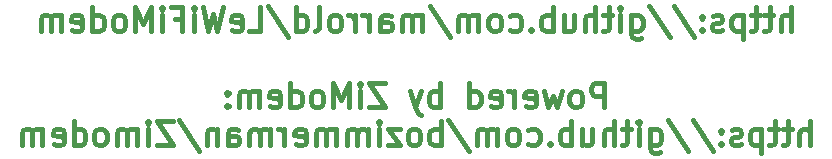
<source format=gbr>
%TF.GenerationSoftware,KiCad,Pcbnew,(6.0.11)*%
%TF.CreationDate,2024-01-03T20:30:30+00:00*%
%TF.ProjectId,LeWiFiModem,4c655769-4669-44d6-9f64-656d2e6b6963,rev?*%
%TF.SameCoordinates,Original*%
%TF.FileFunction,Legend,Bot*%
%TF.FilePolarity,Positive*%
%FSLAX46Y46*%
G04 Gerber Fmt 4.6, Leading zero omitted, Abs format (unit mm)*
G04 Created by KiCad (PCBNEW (6.0.11)) date 2024-01-03 20:30:30*
%MOMM*%
%LPD*%
G01*
G04 APERTURE LIST*
%ADD10C,0.400000*%
G04 APERTURE END LIST*
D10*
X147011904Y-115084761D02*
X147011904Y-113084761D01*
X146154761Y-115084761D02*
X146154761Y-114037142D01*
X146250000Y-113846666D01*
X146440476Y-113751428D01*
X146726190Y-113751428D01*
X146916666Y-113846666D01*
X147011904Y-113941904D01*
X145488095Y-113751428D02*
X144726190Y-113751428D01*
X145202380Y-113084761D02*
X145202380Y-114799047D01*
X145107142Y-114989523D01*
X144916666Y-115084761D01*
X144726190Y-115084761D01*
X144345238Y-113751428D02*
X143583333Y-113751428D01*
X144059523Y-113084761D02*
X144059523Y-114799047D01*
X143964285Y-114989523D01*
X143773809Y-115084761D01*
X143583333Y-115084761D01*
X142916666Y-113751428D02*
X142916666Y-115751428D01*
X142916666Y-113846666D02*
X142726190Y-113751428D01*
X142345238Y-113751428D01*
X142154761Y-113846666D01*
X142059523Y-113941904D01*
X141964285Y-114132380D01*
X141964285Y-114703809D01*
X142059523Y-114894285D01*
X142154761Y-114989523D01*
X142345238Y-115084761D01*
X142726190Y-115084761D01*
X142916666Y-114989523D01*
X141202380Y-114989523D02*
X141011904Y-115084761D01*
X140630952Y-115084761D01*
X140440476Y-114989523D01*
X140345238Y-114799047D01*
X140345238Y-114703809D01*
X140440476Y-114513333D01*
X140630952Y-114418095D01*
X140916666Y-114418095D01*
X141107142Y-114322857D01*
X141202380Y-114132380D01*
X141202380Y-114037142D01*
X141107142Y-113846666D01*
X140916666Y-113751428D01*
X140630952Y-113751428D01*
X140440476Y-113846666D01*
X139488095Y-114894285D02*
X139392857Y-114989523D01*
X139488095Y-115084761D01*
X139583333Y-114989523D01*
X139488095Y-114894285D01*
X139488095Y-115084761D01*
X139488095Y-113846666D02*
X139392857Y-113941904D01*
X139488095Y-114037142D01*
X139583333Y-113941904D01*
X139488095Y-113846666D01*
X139488095Y-114037142D01*
X137107142Y-112989523D02*
X138821428Y-115560952D01*
X135011904Y-112989523D02*
X136726190Y-115560952D01*
X133488095Y-113751428D02*
X133488095Y-115370476D01*
X133583333Y-115560952D01*
X133678571Y-115656190D01*
X133869047Y-115751428D01*
X134154761Y-115751428D01*
X134345238Y-115656190D01*
X133488095Y-114989523D02*
X133678571Y-115084761D01*
X134059523Y-115084761D01*
X134250000Y-114989523D01*
X134345238Y-114894285D01*
X134440476Y-114703809D01*
X134440476Y-114132380D01*
X134345238Y-113941904D01*
X134250000Y-113846666D01*
X134059523Y-113751428D01*
X133678571Y-113751428D01*
X133488095Y-113846666D01*
X132535714Y-115084761D02*
X132535714Y-113751428D01*
X132535714Y-113084761D02*
X132630952Y-113180000D01*
X132535714Y-113275238D01*
X132440476Y-113180000D01*
X132535714Y-113084761D01*
X132535714Y-113275238D01*
X131869047Y-113751428D02*
X131107142Y-113751428D01*
X131583333Y-113084761D02*
X131583333Y-114799047D01*
X131488095Y-114989523D01*
X131297619Y-115084761D01*
X131107142Y-115084761D01*
X130440476Y-115084761D02*
X130440476Y-113084761D01*
X129583333Y-115084761D02*
X129583333Y-114037142D01*
X129678571Y-113846666D01*
X129869047Y-113751428D01*
X130154761Y-113751428D01*
X130345238Y-113846666D01*
X130440476Y-113941904D01*
X127773809Y-113751428D02*
X127773809Y-115084761D01*
X128630952Y-113751428D02*
X128630952Y-114799047D01*
X128535714Y-114989523D01*
X128345238Y-115084761D01*
X128059523Y-115084761D01*
X127869047Y-114989523D01*
X127773809Y-114894285D01*
X126821428Y-115084761D02*
X126821428Y-113084761D01*
X126821428Y-113846666D02*
X126630952Y-113751428D01*
X126250000Y-113751428D01*
X126059523Y-113846666D01*
X125964285Y-113941904D01*
X125869047Y-114132380D01*
X125869047Y-114703809D01*
X125964285Y-114894285D01*
X126059523Y-114989523D01*
X126250000Y-115084761D01*
X126630952Y-115084761D01*
X126821428Y-114989523D01*
X125011904Y-114894285D02*
X124916666Y-114989523D01*
X125011904Y-115084761D01*
X125107142Y-114989523D01*
X125011904Y-114894285D01*
X125011904Y-115084761D01*
X123202380Y-114989523D02*
X123392857Y-115084761D01*
X123773809Y-115084761D01*
X123964285Y-114989523D01*
X124059523Y-114894285D01*
X124154761Y-114703809D01*
X124154761Y-114132380D01*
X124059523Y-113941904D01*
X123964285Y-113846666D01*
X123773809Y-113751428D01*
X123392857Y-113751428D01*
X123202380Y-113846666D01*
X122059523Y-115084761D02*
X122250000Y-114989523D01*
X122345238Y-114894285D01*
X122440476Y-114703809D01*
X122440476Y-114132380D01*
X122345238Y-113941904D01*
X122250000Y-113846666D01*
X122059523Y-113751428D01*
X121773809Y-113751428D01*
X121583333Y-113846666D01*
X121488095Y-113941904D01*
X121392857Y-114132380D01*
X121392857Y-114703809D01*
X121488095Y-114894285D01*
X121583333Y-114989523D01*
X121773809Y-115084761D01*
X122059523Y-115084761D01*
X120535714Y-115084761D02*
X120535714Y-113751428D01*
X120535714Y-113941904D02*
X120440476Y-113846666D01*
X120250000Y-113751428D01*
X119964285Y-113751428D01*
X119773809Y-113846666D01*
X119678571Y-114037142D01*
X119678571Y-115084761D01*
X119678571Y-114037142D02*
X119583333Y-113846666D01*
X119392857Y-113751428D01*
X119107142Y-113751428D01*
X118916666Y-113846666D01*
X118821428Y-114037142D01*
X118821428Y-115084761D01*
X116440476Y-112989523D02*
X118154761Y-115560952D01*
X115773809Y-115084761D02*
X115773809Y-113751428D01*
X115773809Y-113941904D02*
X115678571Y-113846666D01*
X115488095Y-113751428D01*
X115202380Y-113751428D01*
X115011904Y-113846666D01*
X114916666Y-114037142D01*
X114916666Y-115084761D01*
X114916666Y-114037142D02*
X114821428Y-113846666D01*
X114630952Y-113751428D01*
X114345238Y-113751428D01*
X114154761Y-113846666D01*
X114059523Y-114037142D01*
X114059523Y-115084761D01*
X112250000Y-115084761D02*
X112250000Y-114037142D01*
X112345238Y-113846666D01*
X112535714Y-113751428D01*
X112916666Y-113751428D01*
X113107142Y-113846666D01*
X112250000Y-114989523D02*
X112440476Y-115084761D01*
X112916666Y-115084761D01*
X113107142Y-114989523D01*
X113202380Y-114799047D01*
X113202380Y-114608571D01*
X113107142Y-114418095D01*
X112916666Y-114322857D01*
X112440476Y-114322857D01*
X112250000Y-114227619D01*
X111297619Y-115084761D02*
X111297619Y-113751428D01*
X111297619Y-114132380D02*
X111202380Y-113941904D01*
X111107142Y-113846666D01*
X110916666Y-113751428D01*
X110726190Y-113751428D01*
X110059523Y-115084761D02*
X110059523Y-113751428D01*
X110059523Y-114132380D02*
X109964285Y-113941904D01*
X109869047Y-113846666D01*
X109678571Y-113751428D01*
X109488095Y-113751428D01*
X108535714Y-115084761D02*
X108726190Y-114989523D01*
X108821428Y-114894285D01*
X108916666Y-114703809D01*
X108916666Y-114132380D01*
X108821428Y-113941904D01*
X108726190Y-113846666D01*
X108535714Y-113751428D01*
X108250000Y-113751428D01*
X108059523Y-113846666D01*
X107964285Y-113941904D01*
X107869047Y-114132380D01*
X107869047Y-114703809D01*
X107964285Y-114894285D01*
X108059523Y-114989523D01*
X108250000Y-115084761D01*
X108535714Y-115084761D01*
X106726190Y-115084761D02*
X106916666Y-114989523D01*
X107011904Y-114799047D01*
X107011904Y-113084761D01*
X105107142Y-115084761D02*
X105107142Y-113084761D01*
X105107142Y-114989523D02*
X105297619Y-115084761D01*
X105678571Y-115084761D01*
X105869047Y-114989523D01*
X105964285Y-114894285D01*
X106059523Y-114703809D01*
X106059523Y-114132380D01*
X105964285Y-113941904D01*
X105869047Y-113846666D01*
X105678571Y-113751428D01*
X105297619Y-113751428D01*
X105107142Y-113846666D01*
X102726190Y-112989523D02*
X104440476Y-115560952D01*
X101107142Y-115084761D02*
X102059523Y-115084761D01*
X102059523Y-113084761D01*
X99678571Y-114989523D02*
X99869047Y-115084761D01*
X100250000Y-115084761D01*
X100440476Y-114989523D01*
X100535714Y-114799047D01*
X100535714Y-114037142D01*
X100440476Y-113846666D01*
X100250000Y-113751428D01*
X99869047Y-113751428D01*
X99678571Y-113846666D01*
X99583333Y-114037142D01*
X99583333Y-114227619D01*
X100535714Y-114418095D01*
X98916666Y-113084761D02*
X98440476Y-115084761D01*
X98059523Y-113656190D01*
X97678571Y-115084761D01*
X97202380Y-113084761D01*
X96440476Y-115084761D02*
X96440476Y-113751428D01*
X96440476Y-113084761D02*
X96535714Y-113180000D01*
X96440476Y-113275238D01*
X96345238Y-113180000D01*
X96440476Y-113084761D01*
X96440476Y-113275238D01*
X94821428Y-114037142D02*
X95488095Y-114037142D01*
X95488095Y-115084761D02*
X95488095Y-113084761D01*
X94535714Y-113084761D01*
X93773809Y-115084761D02*
X93773809Y-113751428D01*
X93773809Y-113084761D02*
X93869047Y-113180000D01*
X93773809Y-113275238D01*
X93678571Y-113180000D01*
X93773809Y-113084761D01*
X93773809Y-113275238D01*
X92821428Y-115084761D02*
X92821428Y-113084761D01*
X92154761Y-114513333D01*
X91488095Y-113084761D01*
X91488095Y-115084761D01*
X90250000Y-115084761D02*
X90440476Y-114989523D01*
X90535714Y-114894285D01*
X90630952Y-114703809D01*
X90630952Y-114132380D01*
X90535714Y-113941904D01*
X90440476Y-113846666D01*
X90250000Y-113751428D01*
X89964285Y-113751428D01*
X89773809Y-113846666D01*
X89678571Y-113941904D01*
X89583333Y-114132380D01*
X89583333Y-114703809D01*
X89678571Y-114894285D01*
X89773809Y-114989523D01*
X89964285Y-115084761D01*
X90250000Y-115084761D01*
X87869047Y-115084761D02*
X87869047Y-113084761D01*
X87869047Y-114989523D02*
X88059523Y-115084761D01*
X88440476Y-115084761D01*
X88630952Y-114989523D01*
X88726190Y-114894285D01*
X88821428Y-114703809D01*
X88821428Y-114132380D01*
X88726190Y-113941904D01*
X88630952Y-113846666D01*
X88440476Y-113751428D01*
X88059523Y-113751428D01*
X87869047Y-113846666D01*
X86154761Y-114989523D02*
X86345238Y-115084761D01*
X86726190Y-115084761D01*
X86916666Y-114989523D01*
X87011904Y-114799047D01*
X87011904Y-114037142D01*
X86916666Y-113846666D01*
X86726190Y-113751428D01*
X86345238Y-113751428D01*
X86154761Y-113846666D01*
X86059523Y-114037142D01*
X86059523Y-114227619D01*
X87011904Y-114418095D01*
X85202380Y-115084761D02*
X85202380Y-113751428D01*
X85202380Y-113941904D02*
X85107142Y-113846666D01*
X84916666Y-113751428D01*
X84630952Y-113751428D01*
X84440476Y-113846666D01*
X84345238Y-114037142D01*
X84345238Y-115084761D01*
X84345238Y-114037142D02*
X84250000Y-113846666D01*
X84059523Y-113751428D01*
X83773809Y-113751428D01*
X83583333Y-113846666D01*
X83488095Y-114037142D01*
X83488095Y-115084761D01*
X131202380Y-121524761D02*
X131202380Y-119524761D01*
X130440476Y-119524761D01*
X130250000Y-119620000D01*
X130154761Y-119715238D01*
X130059523Y-119905714D01*
X130059523Y-120191428D01*
X130154761Y-120381904D01*
X130250000Y-120477142D01*
X130440476Y-120572380D01*
X131202380Y-120572380D01*
X128916666Y-121524761D02*
X129107142Y-121429523D01*
X129202380Y-121334285D01*
X129297619Y-121143809D01*
X129297619Y-120572380D01*
X129202380Y-120381904D01*
X129107142Y-120286666D01*
X128916666Y-120191428D01*
X128630952Y-120191428D01*
X128440476Y-120286666D01*
X128345238Y-120381904D01*
X128250000Y-120572380D01*
X128250000Y-121143809D01*
X128345238Y-121334285D01*
X128440476Y-121429523D01*
X128630952Y-121524761D01*
X128916666Y-121524761D01*
X127583333Y-120191428D02*
X127202380Y-121524761D01*
X126821428Y-120572380D01*
X126440476Y-121524761D01*
X126059523Y-120191428D01*
X124535714Y-121429523D02*
X124726190Y-121524761D01*
X125107142Y-121524761D01*
X125297619Y-121429523D01*
X125392857Y-121239047D01*
X125392857Y-120477142D01*
X125297619Y-120286666D01*
X125107142Y-120191428D01*
X124726190Y-120191428D01*
X124535714Y-120286666D01*
X124440476Y-120477142D01*
X124440476Y-120667619D01*
X125392857Y-120858095D01*
X123583333Y-121524761D02*
X123583333Y-120191428D01*
X123583333Y-120572380D02*
X123488095Y-120381904D01*
X123392857Y-120286666D01*
X123202380Y-120191428D01*
X123011904Y-120191428D01*
X121583333Y-121429523D02*
X121773809Y-121524761D01*
X122154761Y-121524761D01*
X122345238Y-121429523D01*
X122440476Y-121239047D01*
X122440476Y-120477142D01*
X122345238Y-120286666D01*
X122154761Y-120191428D01*
X121773809Y-120191428D01*
X121583333Y-120286666D01*
X121488095Y-120477142D01*
X121488095Y-120667619D01*
X122440476Y-120858095D01*
X119773809Y-121524761D02*
X119773809Y-119524761D01*
X119773809Y-121429523D02*
X119964285Y-121524761D01*
X120345238Y-121524761D01*
X120535714Y-121429523D01*
X120630952Y-121334285D01*
X120726190Y-121143809D01*
X120726190Y-120572380D01*
X120630952Y-120381904D01*
X120535714Y-120286666D01*
X120345238Y-120191428D01*
X119964285Y-120191428D01*
X119773809Y-120286666D01*
X117297619Y-121524761D02*
X117297619Y-119524761D01*
X117297619Y-120286666D02*
X117107142Y-120191428D01*
X116726190Y-120191428D01*
X116535714Y-120286666D01*
X116440476Y-120381904D01*
X116345238Y-120572380D01*
X116345238Y-121143809D01*
X116440476Y-121334285D01*
X116535714Y-121429523D01*
X116726190Y-121524761D01*
X117107142Y-121524761D01*
X117297619Y-121429523D01*
X115678571Y-120191428D02*
X115202380Y-121524761D01*
X114726190Y-120191428D02*
X115202380Y-121524761D01*
X115392857Y-122000952D01*
X115488095Y-122096190D01*
X115678571Y-122191428D01*
X112630952Y-119524761D02*
X111297619Y-119524761D01*
X112630952Y-121524761D01*
X111297619Y-121524761D01*
X110535714Y-121524761D02*
X110535714Y-120191428D01*
X110535714Y-119524761D02*
X110630952Y-119620000D01*
X110535714Y-119715238D01*
X110440476Y-119620000D01*
X110535714Y-119524761D01*
X110535714Y-119715238D01*
X109583333Y-121524761D02*
X109583333Y-119524761D01*
X108916666Y-120953333D01*
X108250000Y-119524761D01*
X108250000Y-121524761D01*
X107011904Y-121524761D02*
X107202380Y-121429523D01*
X107297619Y-121334285D01*
X107392857Y-121143809D01*
X107392857Y-120572380D01*
X107297619Y-120381904D01*
X107202380Y-120286666D01*
X107011904Y-120191428D01*
X106726190Y-120191428D01*
X106535714Y-120286666D01*
X106440476Y-120381904D01*
X106345238Y-120572380D01*
X106345238Y-121143809D01*
X106440476Y-121334285D01*
X106535714Y-121429523D01*
X106726190Y-121524761D01*
X107011904Y-121524761D01*
X104630952Y-121524761D02*
X104630952Y-119524761D01*
X104630952Y-121429523D02*
X104821428Y-121524761D01*
X105202380Y-121524761D01*
X105392857Y-121429523D01*
X105488095Y-121334285D01*
X105583333Y-121143809D01*
X105583333Y-120572380D01*
X105488095Y-120381904D01*
X105392857Y-120286666D01*
X105202380Y-120191428D01*
X104821428Y-120191428D01*
X104630952Y-120286666D01*
X102916666Y-121429523D02*
X103107142Y-121524761D01*
X103488095Y-121524761D01*
X103678571Y-121429523D01*
X103773809Y-121239047D01*
X103773809Y-120477142D01*
X103678571Y-120286666D01*
X103488095Y-120191428D01*
X103107142Y-120191428D01*
X102916666Y-120286666D01*
X102821428Y-120477142D01*
X102821428Y-120667619D01*
X103773809Y-120858095D01*
X101964285Y-121524761D02*
X101964285Y-120191428D01*
X101964285Y-120381904D02*
X101869047Y-120286666D01*
X101678571Y-120191428D01*
X101392857Y-120191428D01*
X101202380Y-120286666D01*
X101107142Y-120477142D01*
X101107142Y-121524761D01*
X101107142Y-120477142D02*
X101011904Y-120286666D01*
X100821428Y-120191428D01*
X100535714Y-120191428D01*
X100345238Y-120286666D01*
X100250000Y-120477142D01*
X100250000Y-121524761D01*
X99297619Y-121334285D02*
X99202380Y-121429523D01*
X99297619Y-121524761D01*
X99392857Y-121429523D01*
X99297619Y-121334285D01*
X99297619Y-121524761D01*
X99297619Y-120286666D02*
X99202380Y-120381904D01*
X99297619Y-120477142D01*
X99392857Y-120381904D01*
X99297619Y-120286666D01*
X99297619Y-120477142D01*
X148583333Y-124744761D02*
X148583333Y-122744761D01*
X147726190Y-124744761D02*
X147726190Y-123697142D01*
X147821428Y-123506666D01*
X148011904Y-123411428D01*
X148297619Y-123411428D01*
X148488095Y-123506666D01*
X148583333Y-123601904D01*
X147059523Y-123411428D02*
X146297619Y-123411428D01*
X146773809Y-122744761D02*
X146773809Y-124459047D01*
X146678571Y-124649523D01*
X146488095Y-124744761D01*
X146297619Y-124744761D01*
X145916666Y-123411428D02*
X145154761Y-123411428D01*
X145630952Y-122744761D02*
X145630952Y-124459047D01*
X145535714Y-124649523D01*
X145345238Y-124744761D01*
X145154761Y-124744761D01*
X144488095Y-123411428D02*
X144488095Y-125411428D01*
X144488095Y-123506666D02*
X144297619Y-123411428D01*
X143916666Y-123411428D01*
X143726190Y-123506666D01*
X143630952Y-123601904D01*
X143535714Y-123792380D01*
X143535714Y-124363809D01*
X143630952Y-124554285D01*
X143726190Y-124649523D01*
X143916666Y-124744761D01*
X144297619Y-124744761D01*
X144488095Y-124649523D01*
X142773809Y-124649523D02*
X142583333Y-124744761D01*
X142202380Y-124744761D01*
X142011904Y-124649523D01*
X141916666Y-124459047D01*
X141916666Y-124363809D01*
X142011904Y-124173333D01*
X142202380Y-124078095D01*
X142488095Y-124078095D01*
X142678571Y-123982857D01*
X142773809Y-123792380D01*
X142773809Y-123697142D01*
X142678571Y-123506666D01*
X142488095Y-123411428D01*
X142202380Y-123411428D01*
X142011904Y-123506666D01*
X141059523Y-124554285D02*
X140964285Y-124649523D01*
X141059523Y-124744761D01*
X141154761Y-124649523D01*
X141059523Y-124554285D01*
X141059523Y-124744761D01*
X141059523Y-123506666D02*
X140964285Y-123601904D01*
X141059523Y-123697142D01*
X141154761Y-123601904D01*
X141059523Y-123506666D01*
X141059523Y-123697142D01*
X138678571Y-122649523D02*
X140392857Y-125220952D01*
X136583333Y-122649523D02*
X138297619Y-125220952D01*
X135059523Y-123411428D02*
X135059523Y-125030476D01*
X135154761Y-125220952D01*
X135250000Y-125316190D01*
X135440476Y-125411428D01*
X135726190Y-125411428D01*
X135916666Y-125316190D01*
X135059523Y-124649523D02*
X135250000Y-124744761D01*
X135630952Y-124744761D01*
X135821428Y-124649523D01*
X135916666Y-124554285D01*
X136011904Y-124363809D01*
X136011904Y-123792380D01*
X135916666Y-123601904D01*
X135821428Y-123506666D01*
X135630952Y-123411428D01*
X135250000Y-123411428D01*
X135059523Y-123506666D01*
X134107142Y-124744761D02*
X134107142Y-123411428D01*
X134107142Y-122744761D02*
X134202380Y-122840000D01*
X134107142Y-122935238D01*
X134011904Y-122840000D01*
X134107142Y-122744761D01*
X134107142Y-122935238D01*
X133440476Y-123411428D02*
X132678571Y-123411428D01*
X133154761Y-122744761D02*
X133154761Y-124459047D01*
X133059523Y-124649523D01*
X132869047Y-124744761D01*
X132678571Y-124744761D01*
X132011904Y-124744761D02*
X132011904Y-122744761D01*
X131154761Y-124744761D02*
X131154761Y-123697142D01*
X131250000Y-123506666D01*
X131440476Y-123411428D01*
X131726190Y-123411428D01*
X131916666Y-123506666D01*
X132011904Y-123601904D01*
X129345238Y-123411428D02*
X129345238Y-124744761D01*
X130202380Y-123411428D02*
X130202380Y-124459047D01*
X130107142Y-124649523D01*
X129916666Y-124744761D01*
X129630952Y-124744761D01*
X129440476Y-124649523D01*
X129345238Y-124554285D01*
X128392857Y-124744761D02*
X128392857Y-122744761D01*
X128392857Y-123506666D02*
X128202380Y-123411428D01*
X127821428Y-123411428D01*
X127630952Y-123506666D01*
X127535714Y-123601904D01*
X127440476Y-123792380D01*
X127440476Y-124363809D01*
X127535714Y-124554285D01*
X127630952Y-124649523D01*
X127821428Y-124744761D01*
X128202380Y-124744761D01*
X128392857Y-124649523D01*
X126583333Y-124554285D02*
X126488095Y-124649523D01*
X126583333Y-124744761D01*
X126678571Y-124649523D01*
X126583333Y-124554285D01*
X126583333Y-124744761D01*
X124773809Y-124649523D02*
X124964285Y-124744761D01*
X125345238Y-124744761D01*
X125535714Y-124649523D01*
X125630952Y-124554285D01*
X125726190Y-124363809D01*
X125726190Y-123792380D01*
X125630952Y-123601904D01*
X125535714Y-123506666D01*
X125345238Y-123411428D01*
X124964285Y-123411428D01*
X124773809Y-123506666D01*
X123630952Y-124744761D02*
X123821428Y-124649523D01*
X123916666Y-124554285D01*
X124011904Y-124363809D01*
X124011904Y-123792380D01*
X123916666Y-123601904D01*
X123821428Y-123506666D01*
X123630952Y-123411428D01*
X123345238Y-123411428D01*
X123154761Y-123506666D01*
X123059523Y-123601904D01*
X122964285Y-123792380D01*
X122964285Y-124363809D01*
X123059523Y-124554285D01*
X123154761Y-124649523D01*
X123345238Y-124744761D01*
X123630952Y-124744761D01*
X122107142Y-124744761D02*
X122107142Y-123411428D01*
X122107142Y-123601904D02*
X122011904Y-123506666D01*
X121821428Y-123411428D01*
X121535714Y-123411428D01*
X121345238Y-123506666D01*
X121250000Y-123697142D01*
X121250000Y-124744761D01*
X121250000Y-123697142D02*
X121154761Y-123506666D01*
X120964285Y-123411428D01*
X120678571Y-123411428D01*
X120488095Y-123506666D01*
X120392857Y-123697142D01*
X120392857Y-124744761D01*
X118011904Y-122649523D02*
X119726190Y-125220952D01*
X117345238Y-124744761D02*
X117345238Y-122744761D01*
X117345238Y-123506666D02*
X117154761Y-123411428D01*
X116773809Y-123411428D01*
X116583333Y-123506666D01*
X116488095Y-123601904D01*
X116392857Y-123792380D01*
X116392857Y-124363809D01*
X116488095Y-124554285D01*
X116583333Y-124649523D01*
X116773809Y-124744761D01*
X117154761Y-124744761D01*
X117345238Y-124649523D01*
X115250000Y-124744761D02*
X115440476Y-124649523D01*
X115535714Y-124554285D01*
X115630952Y-124363809D01*
X115630952Y-123792380D01*
X115535714Y-123601904D01*
X115440476Y-123506666D01*
X115250000Y-123411428D01*
X114964285Y-123411428D01*
X114773809Y-123506666D01*
X114678571Y-123601904D01*
X114583333Y-123792380D01*
X114583333Y-124363809D01*
X114678571Y-124554285D01*
X114773809Y-124649523D01*
X114964285Y-124744761D01*
X115250000Y-124744761D01*
X113916666Y-123411428D02*
X112869047Y-123411428D01*
X113916666Y-124744761D01*
X112869047Y-124744761D01*
X112107142Y-124744761D02*
X112107142Y-123411428D01*
X112107142Y-122744761D02*
X112202380Y-122840000D01*
X112107142Y-122935238D01*
X112011904Y-122840000D01*
X112107142Y-122744761D01*
X112107142Y-122935238D01*
X111154761Y-124744761D02*
X111154761Y-123411428D01*
X111154761Y-123601904D02*
X111059523Y-123506666D01*
X110869047Y-123411428D01*
X110583333Y-123411428D01*
X110392857Y-123506666D01*
X110297619Y-123697142D01*
X110297619Y-124744761D01*
X110297619Y-123697142D02*
X110202380Y-123506666D01*
X110011904Y-123411428D01*
X109726190Y-123411428D01*
X109535714Y-123506666D01*
X109440476Y-123697142D01*
X109440476Y-124744761D01*
X108488095Y-124744761D02*
X108488095Y-123411428D01*
X108488095Y-123601904D02*
X108392857Y-123506666D01*
X108202380Y-123411428D01*
X107916666Y-123411428D01*
X107726190Y-123506666D01*
X107630952Y-123697142D01*
X107630952Y-124744761D01*
X107630952Y-123697142D02*
X107535714Y-123506666D01*
X107345238Y-123411428D01*
X107059523Y-123411428D01*
X106869047Y-123506666D01*
X106773809Y-123697142D01*
X106773809Y-124744761D01*
X105059523Y-124649523D02*
X105250000Y-124744761D01*
X105630952Y-124744761D01*
X105821428Y-124649523D01*
X105916666Y-124459047D01*
X105916666Y-123697142D01*
X105821428Y-123506666D01*
X105630952Y-123411428D01*
X105250000Y-123411428D01*
X105059523Y-123506666D01*
X104964285Y-123697142D01*
X104964285Y-123887619D01*
X105916666Y-124078095D01*
X104107142Y-124744761D02*
X104107142Y-123411428D01*
X104107142Y-123792380D02*
X104011904Y-123601904D01*
X103916666Y-123506666D01*
X103726190Y-123411428D01*
X103535714Y-123411428D01*
X102869047Y-124744761D02*
X102869047Y-123411428D01*
X102869047Y-123601904D02*
X102773809Y-123506666D01*
X102583333Y-123411428D01*
X102297619Y-123411428D01*
X102107142Y-123506666D01*
X102011904Y-123697142D01*
X102011904Y-124744761D01*
X102011904Y-123697142D02*
X101916666Y-123506666D01*
X101726190Y-123411428D01*
X101440476Y-123411428D01*
X101250000Y-123506666D01*
X101154761Y-123697142D01*
X101154761Y-124744761D01*
X99345238Y-124744761D02*
X99345238Y-123697142D01*
X99440476Y-123506666D01*
X99630952Y-123411428D01*
X100011904Y-123411428D01*
X100202380Y-123506666D01*
X99345238Y-124649523D02*
X99535714Y-124744761D01*
X100011904Y-124744761D01*
X100202380Y-124649523D01*
X100297619Y-124459047D01*
X100297619Y-124268571D01*
X100202380Y-124078095D01*
X100011904Y-123982857D01*
X99535714Y-123982857D01*
X99345238Y-123887619D01*
X98392857Y-123411428D02*
X98392857Y-124744761D01*
X98392857Y-123601904D02*
X98297619Y-123506666D01*
X98107142Y-123411428D01*
X97821428Y-123411428D01*
X97630952Y-123506666D01*
X97535714Y-123697142D01*
X97535714Y-124744761D01*
X95154761Y-122649523D02*
X96869047Y-125220952D01*
X94678571Y-122744761D02*
X93345238Y-122744761D01*
X94678571Y-124744761D01*
X93345238Y-124744761D01*
X92583333Y-124744761D02*
X92583333Y-123411428D01*
X92583333Y-122744761D02*
X92678571Y-122840000D01*
X92583333Y-122935238D01*
X92488095Y-122840000D01*
X92583333Y-122744761D01*
X92583333Y-122935238D01*
X91630952Y-124744761D02*
X91630952Y-123411428D01*
X91630952Y-123601904D02*
X91535714Y-123506666D01*
X91345238Y-123411428D01*
X91059523Y-123411428D01*
X90869047Y-123506666D01*
X90773809Y-123697142D01*
X90773809Y-124744761D01*
X90773809Y-123697142D02*
X90678571Y-123506666D01*
X90488095Y-123411428D01*
X90202380Y-123411428D01*
X90011904Y-123506666D01*
X89916666Y-123697142D01*
X89916666Y-124744761D01*
X88678571Y-124744761D02*
X88869047Y-124649523D01*
X88964285Y-124554285D01*
X89059523Y-124363809D01*
X89059523Y-123792380D01*
X88964285Y-123601904D01*
X88869047Y-123506666D01*
X88678571Y-123411428D01*
X88392857Y-123411428D01*
X88202380Y-123506666D01*
X88107142Y-123601904D01*
X88011904Y-123792380D01*
X88011904Y-124363809D01*
X88107142Y-124554285D01*
X88202380Y-124649523D01*
X88392857Y-124744761D01*
X88678571Y-124744761D01*
X86297619Y-124744761D02*
X86297619Y-122744761D01*
X86297619Y-124649523D02*
X86488095Y-124744761D01*
X86869047Y-124744761D01*
X87059523Y-124649523D01*
X87154761Y-124554285D01*
X87250000Y-124363809D01*
X87250000Y-123792380D01*
X87154761Y-123601904D01*
X87059523Y-123506666D01*
X86869047Y-123411428D01*
X86488095Y-123411428D01*
X86297619Y-123506666D01*
X84583333Y-124649523D02*
X84773809Y-124744761D01*
X85154761Y-124744761D01*
X85345238Y-124649523D01*
X85440476Y-124459047D01*
X85440476Y-123697142D01*
X85345238Y-123506666D01*
X85154761Y-123411428D01*
X84773809Y-123411428D01*
X84583333Y-123506666D01*
X84488095Y-123697142D01*
X84488095Y-123887619D01*
X85440476Y-124078095D01*
X83630952Y-124744761D02*
X83630952Y-123411428D01*
X83630952Y-123601904D02*
X83535714Y-123506666D01*
X83345238Y-123411428D01*
X83059523Y-123411428D01*
X82869047Y-123506666D01*
X82773809Y-123697142D01*
X82773809Y-124744761D01*
X82773809Y-123697142D02*
X82678571Y-123506666D01*
X82488095Y-123411428D01*
X82202380Y-123411428D01*
X82011904Y-123506666D01*
X81916666Y-123697142D01*
X81916666Y-124744761D01*
M02*

</source>
